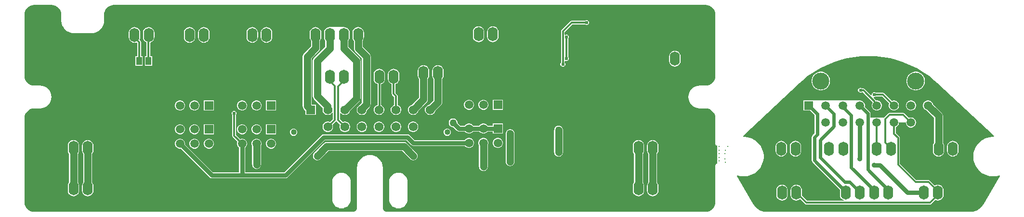
<source format=gbr>
%FSTAX26Y26*%
%MOMM*%
%SFA1B1*%

%IPPOS*%
%ADD10R,0.999998X1.449997*%
%ADD11C,0.380999*%
%ADD12C,1.269997*%
%ADD13C,0.761998*%
%ADD14C,0.634999*%
%ADD15O,1.749997X2.499995*%
%ADD16C,1.019998*%
%ADD17C,1.569997*%
%ADD18R,1.569997X1.569997*%
%ADD19C,1.499997*%
%ADD20R,1.499997X1.499997*%
%ADD21C,2.999994*%
%ADD22C,1.519997*%
%ADD23R,1.519997X1.519997*%
%ADD24C,0.914398*%
%ADD25C,0.609599*%
%ADD26C,0.304799*%
%ADD27C,1.269997*%
%LNpcb1_copper_signal_top-1*%
%LPD*%
G36*
X-80298188Y22653218D02*
X-79971468Y22554107D01*
X-79670351Y22393148*
X-79406419Y22176536*
X-79189834Y21912605*
X-79028874Y21611513*
X-78929763Y21284768*
X-78896514Y20947227*
X-78896972Y20944992*
Y19944994*
X-7890289*
X-7885938Y19503136*
X-78730475Y19078244*
X-78521179Y18686678*
X-78239518Y18343448*
X-77896313Y18061787*
X-77504721Y17852491*
X-77079856Y17723586*
X-76637997Y17680076*
Y1768602*
X-76637972*
X-73638003*
X-73637978*
Y17680076*
X-73196119Y17723586*
X-72771254Y17852491*
X-72379687Y18061787*
X-72036457Y18343448*
X-71754796Y18686678*
X-71545475Y19078244*
X-71416595Y19503136*
X-71373085Y19944994*
X-71379003*
Y20944992*
X-71379461Y20947227*
X-71346212Y21284768*
X-71247101Y21611513*
X-71086141Y21912605*
X-70869556Y22176536*
X-70605624Y22393148*
X-70304507Y22554107*
X-69977762Y22653218*
X-69761303Y22674529*
X-69637986Y2268601*
X-69513246*
X34235491*
X34237218*
X34361983*
X34484259Y2267463*
X34701759Y22653218*
X35028505Y22554107*
X35329622Y22393148*
X35593553Y22176536*
X35810139Y21912605*
X35971099Y21611513*
X36070209Y21284768*
X36103458Y20947227*
X36103001Y20944992*
Y10194975*
X36103458Y10192766*
X36070209Y098552*
X35971099Y09528479*
X35810139Y09227362*
X35593553Y08963431*
X35329622Y0874682*
X35028505Y08585885*
X34701759Y08486775*
X34364218Y08453526*
X34361983Y08453958*
X33361985*
Y08458682*
X32969149Y08419998*
X32591375Y08305393*
X32243242Y08119313*
X31938087Y07868894*
X31687668Y07563739*
X31501588Y07215606*
X31386983Y06837832*
X31348299Y06444996*
X31386983Y06052134*
X31501588Y05674385*
X31687668Y05326227*
X31938087Y05021097*
X32243242Y04770653*
X32591375Y04584573*
X32969149Y04469968*
X33361985Y04431284*
Y04436008*
X34361983*
X34364218Y04436465*
X34701759Y04403217*
X35028505Y04304106*
X35329622Y04143146*
X35593553Y03926535*
X35810139Y03662629*
X35971099Y03361512*
X36070209Y03034766*
X36103458Y02697226*
X36103001Y0269499*
Y-01876399*
X36122737Y-0197551*
X36178871Y-02059533*
X36262868Y-02115667*
X36361979Y-02135378*
Y-05328996*
X36262868Y-05348732*
X36178871Y-05404866*
X36122737Y-05488889*
X36103001Y-05588*
Y-12054992*
X36103458Y-12057227*
X36070209Y-12394768*
X35971099Y-12721513*
X35810139Y-13022605*
X35593553Y-13286536*
X35329622Y-13503148*
X35028505Y-13664107*
X34701759Y-13763218*
X34364218Y-13796467*
X34361983Y-1379601*
X-2163798*
Y-13794613*
X-2182942Y-13769416*
X-22007804Y-13695527*
X-22160992Y-13577976*
X-22278517Y-13424789*
X-22352406Y-13246404*
X-22377628Y-1305499*
X-22379*
Y-06054979*
X-22373082*
X-22416592Y-0561312*
X-22545497Y-05188254*
X-22754793Y-04796663*
X-23036453Y-04453458*
X-23379658Y-04171797*
X-2377125Y-03962476*
X-24196116Y-03833596*
X-24638Y-03790086*
X-25079858Y-03833596*
X-25504724Y-03962476*
X-25896316Y-04171797*
X-2623952Y-04453458*
X-26521181Y-04796663*
X-26730477Y-05188254*
X-26859382Y-0561312*
X-26902892Y-06054979*
X-26896974*
Y-1305499*
X-26898346*
X-26923568Y-13246404*
X-26997456Y-13424789*
X-27114982Y-13577976*
X-2726817Y-13695527*
X-27446554Y-13769416*
X-27637994Y-13794613*
Y-1379601*
X-83637983*
X-83640218Y-13796467*
X-83977759Y-13763218*
X-84304505Y-13664107*
X-84605622Y-13503148*
X-84869553Y-13286536*
X-85086139Y-13022605*
X-85247099Y-12721513*
X-85346209Y-12394768*
X-85379458Y-12057227*
X-85379001Y-12054992*
Y0269499*
X-85367418Y02819501*
X-85346209Y03034766*
X-85247099Y03361512*
X-85086139Y03662629*
X-84869553Y03926535*
X-84605622Y04143146*
X-84304505Y04304106*
X-83977759Y04403217*
X-83640218Y04436465*
X-83637983Y04436008*
X-82637985*
Y04431284*
X-82245149Y04469968*
X-81867375Y04584573*
X-81519242Y04770653*
X-81214087Y05021097*
X-80963668Y05326227*
X-80777588Y05674385*
X-80662983Y06052134*
X-80624299Y06444996*
X-80662983Y06837832*
X-80777588Y07215606*
X-80963668Y07563739*
X-81214087Y07868894*
X-81519242Y08119313*
X-81867375Y08305393*
X-82245149Y08419998*
X-82637985Y08458682*
Y08453958*
X-83637983*
X-83640218Y08453526*
X-83977759Y08486775*
X-84304505Y08585885*
X-84605622Y0874682*
X-84869553Y08963431*
X-85086139Y09227362*
X-85247099Y09528479*
X-85346209Y098552*
X-85379458Y10192766*
X-85379001Y10194975*
Y20944992*
X-85379458Y20947227*
X-85346209Y21284768*
X-85247099Y21611513*
X-85086139Y21912605*
X-84869553Y22176536*
X-84605622Y22393148*
X-84304505Y22554107*
X-83977759Y22653218*
X-837613Y22674529*
X-83637983Y2268601*
X-83513244*
X-80637989*
X-80635754Y22686467*
X-80298188Y22653218*
G37*
G36*
X64257859Y1363538D02*
X65517318Y13499973D01*
X66763874Y13275081*
X67991228Y12961797*
X69193079Y12561798*
X70363359Y12077039*
X71496072Y1151006*
X72585453Y10863707*
X73625938Y1014128*
X7461222Y09346463*
X75127104Y08867114*
X75132285Y08872626*
X85052611Y-00436981*
X8500237Y-00563981*
X84682584*
X84227695Y-00623874*
X83784541Y-00742619*
X83360666Y-0091821*
X82963308Y-01147597*
X82599326Y-01426895*
X82274892Y-0175133*
X81995594Y-02115312*
X81766206Y-02512669*
X81590616Y-02936544*
X81471871Y-03379698*
X81411978Y-03834587*
Y-04293387*
X81471871Y-04748276*
X81590616Y-05191429*
X81766206Y-05615305*
X81995594Y-06012662*
X82274892Y-06376644*
X82599326Y-06701078*
X82963308Y-06980377*
X83360666Y-0720979*
X83784541Y-07385354*
X84227695Y-07504099*
X84682584Y-07563993*
X85141384*
X85596272Y-07504099*
X8600793Y-07393787*
X86101605Y-07485532*
X83307834Y-12324511*
X83238441Y-12431115*
X83088657Y-12675539*
X82809257Y-13002691*
X82482105Y-13282117*
X82115279Y-13506907*
X81717794Y-1367155*
X81299431Y-13771981*
X80873168Y-13805535*
X80870526Y-13805001*
X45113448*
X45110806Y-13805535*
X44684543Y-13771981*
X44266205Y-1367155*
X43868721Y-13506907*
X43501868Y-13282117*
X43174716Y-13002691*
X42895316Y-12675539*
X42745533Y-12431115*
X4267614Y-12324511*
X39882368Y-07485532*
X39976044Y-07393787*
X40387701Y-07504099*
X4084259Y-07563993*
X4130139*
X41756279Y-07504099*
X42199433Y-07385354*
X42623308Y-0720979*
X43020665Y-06980377*
X43384647Y-06701078*
X43709056Y-06376644*
X4398838Y-06012662*
X44217767Y-05615305*
X44393358Y-05191429*
X44512103Y-04748276*
X44571996Y-04293387*
Y-03834587*
X44512103Y-03379698*
X44393358Y-02936544*
X44217767Y-02512669*
X4398838Y-02115312*
X43709056Y-0175133*
X43384647Y-01426895*
X43020665Y-01147597*
X42623308Y-0091821*
X42199433Y-00742619*
X41756279Y-00623874*
X4130139Y-00563981*
X4098163*
X40931363Y-00436981*
X50851689Y08872626*
X5085687Y08867114*
X51371728Y09346463*
X52358036Y1014128*
X53398521Y10863707*
X54487902Y1151006*
X55620615Y12077039*
X56790869Y12561798*
X57992746Y12961797*
X592201Y13275081*
X60466655Y13499973*
X61726089Y1363538*
X62992Y13680592*
X64257859Y1363538*
G37*
%LNpcb1_copper_signal_top-2*%
%LPC*%
G36*
X13547877Y199898D02*
X13376097D01*
X13217398Y19924039*
X13175056Y19881697*
X10795*
X10671098Y19857059*
X10566095Y19786879*
X09042095Y18262879*
X08971915Y18157875*
X08947277Y18034*
Y12478918*
X08904935Y12436576*
X088392Y12277877*
Y12106097*
X08904935Y11947398*
X09026398Y11825935*
X09185097Y117602*
X09356877*
X09515576Y11825935*
X09637039Y11947398*
X097028Y12106097*
Y12277877*
X09637039Y12436576*
X09594697Y12478918*
Y12742672*
X09721697Y12816941*
X09820097Y127762*
X09991877*
X10150576Y12841935*
X10272039Y12963398*
X103378Y13122097*
Y13293877*
X10272039Y13452576*
X10229697Y13494918*
Y16731056*
X10272039Y16773397*
X103378Y16932097*
Y17103877*
X10272039Y17262576*
X10150576Y17384039*
X09991877Y174498*
X09820097*
X09721697Y17409033*
X09594697Y17483302*
Y17899888*
X10929086Y19234277*
X13175056*
X13217398Y19191935*
X13376097Y191262*
X13547877*
X13706576Y19191935*
X13828039Y19313398*
X138938Y19472097*
Y19643877*
X13828039Y19802576*
X13706576Y19924039*
X13547877Y199898*
G37*
G36*
X-03048Y18911646D02*
X-03309569Y18877203D01*
X-03553307Y18776238*
X-03762629Y18615609*
X-03923233Y18406313*
X-04024198Y18162549*
X-0405864Y1790098*
Y17150994*
X-04024198Y16889425*
X-03923233Y16645661*
X-03762629Y16436365*
X-03553307Y16275735*
X-03309569Y1617477*
X-03048Y16140328*
X-02786405Y1617477*
X-02542667Y16275735*
X-02333345Y16436365*
X-02172741Y16645661*
X-02071776Y16889425*
X-02037359Y17150994*
Y1790098*
X-02071776Y18162549*
X-02172741Y18406313*
X-02333345Y18615609*
X-02542667Y18776238*
X-02786405Y18877203*
X-03048Y18911646*
G37*
G36*
X-05547995D02*
X-05809564Y18877203D01*
X-06053328Y18776238*
X-06262624Y18615609*
X-06423228Y18406313*
X-06524193Y18162549*
X-06558635Y1790098*
Y17150994*
X-06524193Y16889425*
X-06423228Y16645661*
X-06262624Y16436365*
X-06053328Y16275735*
X-05809564Y1617477*
X-05547995Y16140328*
X-05286425Y1617477*
X-05042662Y16275735*
X-04833366Y16436365*
X-04672736Y16645661*
X-04571796Y16889425*
X-04537354Y17150994*
Y1790098*
X-04571796Y18162549*
X-04672736Y18406313*
X-04833366Y18615609*
X-05042662Y18776238*
X-05286425Y18877203*
X-05547995Y18911646*
G37*
G36*
X-42818989Y18784646D02*
X-43080559Y18750203D01*
X-43324297Y18649238*
X-43533618Y18488609*
X-43694223Y18279313*
X-43795188Y18035549*
X-4382963Y1777398*
Y17023994*
X-43795188Y16762425*
X-43694223Y16518661*
X-43533618Y16309365*
X-43324297Y16148735*
X-43080559Y1604777*
X-42818989Y16013328*
X-42557395Y1604777*
X-42313656Y16148735*
X-42104335Y16309365*
X-41943731Y16518661*
X-41842766Y16762425*
X-41808349Y17023994*
Y1777398*
X-41842766Y18035549*
X-41943731Y18279313*
X-42104335Y18488609*
X-42313656Y18649238*
X-42557395Y18750203*
X-42818989Y18784646*
G37*
G36*
X-45318984D02*
X-45580579Y18750203D01*
X-45824317Y18649238*
X-46033639Y18488609*
X-46194243Y18279313*
X-46295208Y18035549*
X-46329625Y1777398*
Y17023994*
X-46295208Y16762425*
X-46194243Y16518661*
X-46033639Y16309365*
X-45824317Y16148735*
X-45580579Y1604777*
X-45318984Y16013328*
X-45057415Y1604777*
X-44813677Y16148735*
X-44604355Y16309365*
X-44443751Y16518661*
X-44342786Y16762425*
X-44308344Y17023994*
Y1777398*
X-44342786Y18035549*
X-44443751Y18279313*
X-44604355Y18488609*
X-44813677Y18649238*
X-45057415Y18750203*
X-45318984Y18784646*
G37*
G36*
X-53848D02*
X-54109569Y18750203D01*
X-54353307Y18649238*
X-54562629Y18488609*
X-54723233Y18279313*
X-54824198Y18035549*
X-5485864Y1777398*
Y17023994*
X-54824198Y16762425*
X-54723233Y16518661*
X-54562629Y16309365*
X-54353307Y16148735*
X-54109569Y1604777*
X-53848Y16013328*
X-53586405Y1604777*
X-53342667Y16148735*
X-53133345Y16309365*
X-52972741Y16518661*
X-52871776Y16762425*
X-52837334Y17023994*
Y1777398*
X-52871776Y18035549*
X-52972741Y18279313*
X-53133345Y18488609*
X-53342667Y18649238*
X-53586405Y18750203*
X-53848Y18784646*
G37*
G36*
X-56347995D02*
X-56609564Y18750203D01*
X-56853328Y18649238*
X-57062624Y18488609*
X-57223228Y18279313*
X-57324193Y18035549*
X-57358635Y1777398*
Y17023994*
X-57324193Y16762425*
X-57223228Y16518661*
X-57062624Y16309365*
X-56853328Y16148735*
X-56609564Y1604777*
X-56347995Y16013328*
X-56086425Y1604777*
X-55842662Y16148735*
X-55633366Y16309365*
X-55472736Y16518661*
X-55371796Y16762425*
X-55337354Y17023994*
Y1777398*
X-55371796Y18035549*
X-55472736Y18279313*
X-55633366Y18488609*
X-55842662Y18649238*
X-56086425Y18750203*
X-56347995Y18784646*
G37*
G36*
X-63519989D02*
X-63781559Y18750203D01*
X-64025322Y18649238*
X-64234618Y18488609*
X-64395248Y18279313*
X-64496188Y18035549*
X-6453063Y1777398*
Y17023994*
X-64496188Y16762425*
X-64395248Y16518661*
X-64234618Y16309365*
X-64025322Y16148735*
X-63887705Y16091738*
Y13678992*
X-64190981*
Y11974982*
X-62936983*
Y13678992*
X-63240259*
Y16055289*
X-63014656Y16148735*
X-6280536Y16309365*
X-62644756Y16518661*
X-62543766Y16762425*
X-62509349Y17023994*
Y1777398*
X-62543766Y18035549*
X-62644756Y18279313*
X-6280536Y18488609*
X-63014656Y18649238*
X-6325842Y18750203*
X-63519989Y18784646*
G37*
G36*
X-66019984D02*
X-66281579Y18750203D01*
X-66525317Y18649238*
X-66734639Y18488609*
X-66895243Y18279313*
X-66996208Y18035549*
X-67030625Y1777398*
Y17023994*
X-66996208Y16762425*
X-66895243Y16518661*
X-66734639Y16309365*
X-66525317Y16148735*
X-66281579Y1604777*
X-66019984Y16013328*
X-65758415Y1604777*
X-65648713Y16093211*
X-65537715Y15982213*
Y13678992*
X-65840991*
Y11974982*
X-64586993*
Y13678992*
X-64890269*
Y161163*
X-64914907Y16240175*
X-64985087Y16345204*
X-65150746Y16510863*
X-65144751Y16518661*
X-65043786Y16762425*
X-65009344Y17023994*
Y1777398*
X-65043786Y18035549*
X-65144751Y18279313*
X-65305355Y18488609*
X-65514677Y18649238*
X-65758415Y18750203*
X-66019984Y18784646*
G37*
G36*
X28956Y14593646D02*
X28694405Y14559203D01*
X28450667Y14458238*
X28241345Y14297609*
X28080741Y14088313*
X27979776Y13844549*
X27945334Y1358298*
Y12832994*
X27979776Y12571425*
X28080741Y12327661*
X28241345Y12118365*
X28450667Y11957735*
X28694405Y1185677*
X28956Y11822328*
X29217569Y1185677*
X29461307Y11957735*
X29670629Y12118365*
X29831233Y12327661*
X29932198Y12571425*
X2996664Y12832994*
Y1358298*
X29932198Y13844549*
X29831233Y14088313*
X29670629Y14297609*
X29461307Y14458238*
X29217569Y14559203*
X28956Y14593646*
G37*
G36*
X-01281988Y05956985D02*
X-03035985D01*
Y04202988*
X-01281988*
Y05956985*
G37*
G36*
X-04583531D02*
X-04814443D01*
X-05037505Y05897219*
X-0523748Y05781751*
X-05400751Y0561848*
X-05516219Y05418505*
X-05575985Y05195443*
Y04964531*
X-05516219Y04741468*
X-05400751Y04541494*
X-0523748Y04378223*
X-05037505Y04262755*
X-04814443Y04202988*
X-04583531*
X-04360468Y04262755*
X-04160494Y04378223*
X-03997223Y04541494*
X-03881755Y04741468*
X-03821988Y04964531*
Y05195443*
X-03881755Y05418505*
X-03997223Y0561848*
X-04160494Y05781751*
X-04360468Y05897219*
X-04583531Y05956985*
G37*
G36*
X-07123531D02*
X-07354443D01*
X-07577505Y05897219*
X-0777748Y05781751*
X-07940751Y0561848*
X-08056219Y05418505*
X-08115985Y05195443*
Y04964531*
X-08056219Y04741468*
X-07940751Y04541494*
X-0777748Y04378223*
X-07577505Y04262755*
X-07354443Y04202988*
X-07123531*
X-06900468Y04262755*
X-06700494Y04378223*
X-06537223Y04541494*
X-06421755Y04741468*
X-06361988Y04964531*
Y05195443*
X-06421755Y05418505*
X-06537223Y0561848*
X-06700494Y05781751*
X-06900468Y05897219*
X-07123531Y05956985*
G37*
G36*
X-41159988Y05829985D02*
X-42913985D01*
Y04075988*
X-41159988*
Y05829985*
G37*
G36*
X-44461531D02*
X-44692443D01*
X-44915505Y05770219*
X-4511548Y05654751*
X-45278751Y0549148*
X-45394219Y05291505*
X-45453985Y05068443*
Y04837531*
X-45394219Y04614468*
X-45278751Y04414494*
X-4511548Y04251223*
X-44915505Y04135755*
X-44692443Y04075988*
X-44461531*
X-44238468Y04135755*
X-44038494Y04251223*
X-43875223Y04414494*
X-43759755Y04614468*
X-43699988Y04837531*
Y05068443*
X-43759755Y05291505*
X-43875223Y0549148*
X-44038494Y05654751*
X-44238468Y05770219*
X-44461531Y05829985*
G37*
G36*
X-47001531D02*
X-47232443D01*
X-47455505Y05770219*
X-4765548Y05654751*
X-47818751Y0549148*
X-47934219Y05291505*
X-47993985Y05068443*
Y04837531*
X-47934219Y04614468*
X-47818751Y04414494*
X-4765548Y04251223*
X-47455505Y04135755*
X-47232443Y04075988*
X-47001531*
X-46778468Y04135755*
X-46578494Y04251223*
X-46415223Y04414494*
X-46299755Y04614468*
X-46239988Y04837531*
Y05068443*
X-46299755Y05291505*
X-46415223Y0549148*
X-46578494Y05654751*
X-46778468Y05770219*
X-47001531Y05829985*
G37*
G36*
X-52081988D02*
X-53835985D01*
Y04075988*
X-52081988*
Y05829985*
G37*
G36*
X-55383531D02*
X-55614443D01*
X-55837505Y05770219*
X-5603748Y05654751*
X-56200751Y0549148*
X-56316219Y05291505*
X-56375985Y05068443*
Y04837531*
X-56316219Y04614468*
X-56200751Y04414494*
X-5603748Y04251223*
X-55837505Y04135755*
X-55614443Y04075988*
X-55383531*
X-55160468Y04135755*
X-54960494Y04251223*
X-54797223Y04414494*
X-54681755Y04614468*
X-54621988Y04837531*
Y05068443*
X-54681755Y05291505*
X-54797223Y0549148*
X-54960494Y05654751*
X-55160468Y05770219*
X-55383531Y05829985*
G37*
G36*
X-57923531D02*
X-58154443D01*
X-58377505Y05770219*
X-5857748Y05654751*
X-58740751Y0549148*
X-58856219Y05291505*
X-58915985Y05068443*
Y04837531*
X-58856219Y04614468*
X-58740751Y04414494*
X-5857748Y04251223*
X-58377505Y04135755*
X-58154443Y04075988*
X-57923531*
X-57700468Y04135755*
X-57500494Y04251223*
X-57337223Y04414494*
X-57221755Y04614468*
X-57161988Y04837531*
Y05068443*
X-57221755Y05291505*
X-57337223Y0549148*
X-57500494Y05654751*
X-57700468Y05770219*
X-57923531Y05829985*
G37*
G36*
X-127Y12053646D02*
X-12961569Y12019203D01*
X-13205307Y11918238*
X-13414629Y11757609*
X-13575233Y11548313*
X-13676198Y11304549*
X-1371064Y1104298*
Y10292994*
X-13676198Y10031425*
X-13575233Y09787661*
X-13468578Y09648647*
Y05861329*
X-14244015Y05085918*
X-14401012Y0504383*
X-14608962Y04923764*
X-14778761Y04753965*
X-14898827Y04546015*
X-14960981Y04314063*
Y04073906*
X-14898827Y03841978*
X-14778761Y03634003*
X-14608962Y03464204*
X-14401012Y03344138*
X-14169059Y03281984*
X-13928928*
X-13696975Y03344138*
X-13489Y03464204*
X-13319201Y03634003*
X-13199135Y03841978*
X-13157073Y03998976*
X-12156541Y04999507*
X-12156516*
X-12034393Y05158689*
X-11957608Y05344058*
X-11931396Y05542991*
X-11931421Y05543016*
Y09648647*
X-11824741Y09787661*
X-11723776Y10031425*
X-11689359Y10292994*
Y1104298*
X-11723776Y11304549*
X-11824741Y11548313*
X-11985345Y11757609*
X-12194667Y11918238*
X-12438405Y12019203*
X-127Y12053646*
G37*
G36*
X-1524D02*
X-15501569Y12019203D01*
X-15745307Y11918238*
X-15954629Y11757609*
X-16115233Y11548313*
X-16216198Y11304549*
X-16250615Y1104298*
Y10292994*
X-16216198Y10031425*
X-16115233Y09787661*
X-16008553Y09648647*
Y06321348*
X-17244009Y05085918*
X-17401006Y0504383*
X-17608956Y04923764*
X-17778755Y04753965*
X-17898846Y04546015*
X-17960975Y04314063*
Y04073906*
X-17898846Y03841978*
X-17778755Y03634003*
X-17608956Y03464204*
X-17401006Y03344138*
X-17169053Y03281984*
X-16928922*
X-16696969Y03344138*
X-16489019Y03464204*
X-16319195Y03634003*
X-16199129Y03841978*
X-16157067Y03998976*
X-14696516Y05459526*
X-14574367Y05618708*
X-14497608Y05804077*
X-14471396Y06002985*
Y09648647*
X-14364741Y09787661*
X-14263776Y10031425*
X-14229334Y10292994*
Y1104298*
X-14263776Y11304549*
X-14364741Y11548313*
X-14525345Y11757609*
X-14734667Y11918238*
X-14978405Y12019203*
X-1524Y12053646*
G37*
G36*
X-20486979Y11418646D02*
X-20748548Y11384203D01*
X-20992312Y11283238*
X-21201608Y11122609*
X-21362238Y10913313*
X-21463177Y10669549*
X-2149762Y1040798*
Y09657994*
X-21463177Y09396425*
X-21362238Y09152661*
X-21201608Y08943365*
X-20992312Y08782735*
X-20810702Y08707526*
Y07024979*
X-20786064Y06901103*
X-20715884Y06796074*
X-20372705Y06452895*
Y05051425*
X-20401Y0504383*
X-20608975Y04923764*
X-20778774Y04753965*
X-2089884Y04546015*
X-20960994Y04314063*
Y04073906*
X-2089884Y03841978*
X-20778774Y03634003*
X-20608975Y03464204*
X-20401Y03344138*
X-20169047Y03281984*
X-19928916*
X-19696963Y03344138*
X-19489013Y03464204*
X-19319214Y03634003*
X-19199148Y03841978*
X-19136995Y04073906*
Y04314063*
X-19199148Y04546015*
X-19319214Y04753965*
X-19489013Y04923764*
X-19696963Y0504383*
X-19725259Y05051425*
Y06586982*
X-19749897Y06710857*
X-19820077Y06815886*
X-20163256Y07159066*
Y08707526*
X-19981646Y08782735*
X-1977235Y08943365*
X-19611746Y09152661*
X-19510781Y09396425*
X-19476339Y09657994*
Y1040798*
X-19510781Y10669549*
X-19611746Y10913313*
X-1977235Y11122609*
X-19981646Y11283238*
X-2022541Y11384203*
X-20486979Y11418646*
G37*
G36*
X-22987D02*
X-23248569Y11384203D01*
X-23492307Y11283238*
X-23701629Y11122609*
X-23862233Y10913313*
X-23963198Y10669549*
X-2399764Y1040798*
Y09657994*
X-23963198Y09396425*
X-23862233Y09152661*
X-23701629Y08943365*
X-23492307Y08782735*
X-23310697Y08707526*
Y05068036*
X-2340102Y0504383*
X-23608969Y04923764*
X-23778768Y04753965*
X-23898834Y04546015*
X-23960988Y04314063*
Y04073906*
X-23898834Y03841978*
X-23778768Y03634003*
X-23608969Y03464204*
X-2340102Y03344138*
X-23169067Y03281984*
X-22928935*
X-22696957Y03344138*
X-22489007Y03464204*
X-22319208Y03634003*
X-22199142Y03841978*
X-22136989Y04073906*
Y04314063*
X-22199142Y04546015*
X-22319208Y04753965*
X-22489007Y04923764*
X-22663277Y05024374*
Y08707526*
X-22481667Y08782735*
X-22272345Y08943365*
X-22111741Y09152661*
X-22010776Y09396425*
X-21976334Y09657994*
Y1040798*
X-22010776Y10669549*
X-22111741Y10913313*
X-22272345Y11122609*
X-22481667Y11283238*
X-22725405Y11384203*
X-22987Y11418646*
G37*
G36*
X-26709979Y18784646D02*
X-26971574Y18750203D01*
X-27215312Y18649238*
X-27424634Y18488609*
X-27585238Y18279313*
X-27686203Y18035549*
X-27720645Y1777398*
Y17023994*
X-27686203Y16762425*
X-27585238Y16518661*
X-27478558Y16379647*
Y15025979*
X-2745237Y14827072*
X-27375586Y14641703*
X-27253463Y14482521*
X-26041578Y13270636*
Y05457037*
X-26442466Y05056149*
X-26492377Y049911*
X-26608963Y04923764*
X-26778762Y04753965*
X-26898828Y04546015*
X-26960982Y04314063*
Y04073906*
X-26898828Y03841978*
X-26778762Y03634003*
X-26608963Y03464204*
X-26401014Y03344138*
X-26169061Y03281984*
X-25928929*
X-25696976Y03344138*
X-25489001Y03464204*
X-25319202Y03634003*
X-25199136Y03841978*
X-25136983Y04073906*
Y04187748*
X-24729516Y04595215*
X-24607367Y04754372*
X-24530608Y04939741*
X-24504396Y05138674*
Y13589*
X-24530608Y13787907*
X-24607367Y13973276*
X-24729516Y14132458*
X-25941426Y15344343*
Y16379647*
X-25834746Y16518661*
X-25733781Y16762425*
X-25699339Y17023994*
Y1777398*
X-25733781Y18035549*
X-25834746Y18279313*
X-2599535Y18488609*
X-26204672Y18649238*
X-2644841Y18750203*
X-26709979Y18784646*
G37*
G36*
X-2921D02*
X-31709995D01*
X-31971564Y18750203*
X-32215328Y18649238*
X-32424624Y18488609*
X-32585228Y18279313*
X-32686193Y18035549*
X-32720635Y1777398*
Y17023994*
X-32686193Y16762425*
X-32585228Y16518661*
X-32478573Y16379647*
Y15344343*
X-34452458Y13370458*
X-34574607Y13211276*
X-34651365Y13025907*
X-34677578Y12827*
Y06604*
X-34651365Y06405067*
X-34574607Y06219698*
X-34452458Y06060516*
X-32907097Y04515154*
X-32960995Y04314037*
Y04073906*
X-32898842Y03841978*
X-32778776Y03634003*
X-32608977Y03464204*
X-32401002Y03344138*
X-32169049Y03281984*
X-31928917*
X-31696964Y03344138*
X-31489015Y03464204*
X-31319216Y03634003*
X-31311697Y03647008*
X-31184697Y03612946*
Y02516073*
X-3167159Y0202918*
X-31696964Y02043836*
X-31928917Y0210599*
X-32169049*
X-32401002Y02043836*
X-32608977Y0192377*
X-32778776Y01753971*
X-32898842Y01545996*
X-32960995Y01314069*
Y01073937*
X-32898842Y00841959*
X-32778776Y00634009*
X-32608977Y0046421*
X-32401002Y00344144*
X-32169049Y0028199*
X-31928917*
X-31696964Y00344144*
X-31489015Y0046421*
X-31319216Y00634009*
X-31199124Y00841959*
X-31136996Y01073937*
Y01314069*
X-31199124Y01545996*
X-3121378Y01571371*
X-30632095Y02153081*
X-30623535Y02165883*
X-30470805*
X-30454879Y02142083*
X-29884192Y01571371*
X-29898848Y01545996*
X-29960976Y01314069*
Y01073912*
X-29898848Y00841959*
X-29778756Y00634009*
X-29608957Y0046421*
X-29401008Y00344144*
X-29169055Y0028199*
X-28928923*
X-2869697Y00344144*
X-28488995Y0046421*
X-28319196Y00634009*
X-2819913Y00841959*
X-28136977Y01073912*
Y01314069*
X-2819913Y01545996*
X-28319196Y01753971*
X-28488995Y0192377*
X-2869697Y02043836*
X-28928923Y0210599*
X-29169055*
X-29401008Y02043836*
X-29426382Y0202918*
X-29902277Y02505075*
Y03593896*
X-29791507Y03629863*
X-29775277Y03630498*
X-29608957Y03464204*
X-29401008Y03344138*
X-29169055Y03281984*
X-28928923*
X-2869697Y03344138*
X-28488995Y03464204*
X-28319196Y03634003*
X-2819913Y03841978*
X-28157068Y03998976*
X-26507516Y05648528*
X-26385367Y0580771*
X-26308608Y05993079*
X-26282396Y06191986*
Y06192012*
Y12826974*
Y12827*
X-26308608Y13025907*
X-26385367Y13211276*
X-26507516Y13370458*
X-28441396Y15304338*
Y16379647*
X-28334741Y16518661*
X-28233776Y16762425*
X-28199334Y17023994*
Y1777398*
X-28233776Y18035549*
X-28334741Y18279313*
X-28495345Y18488609*
X-28704667Y18649238*
X-28948405Y18750203*
X-2921Y18784646*
G37*
G36*
X-3420999D02*
X-34471559Y18750203D01*
X-34715323Y18649238*
X-34924619Y18488609*
X-35085248Y18279313*
X-35186188Y18035549*
X-3522063Y1777398*
Y17023994*
X-35186188Y16762425*
X-35085248Y16518661*
X-34978568Y16379647*
Y15384348*
X-36230458Y14132458*
X-36352607Y13973276*
X-36429365Y13787907*
X-36455578Y13589*
Y04831994*
X-36429365Y04633061*
X-36352607Y04447692*
X-36230458Y0428851*
X-35960989Y04019067*
Y03281984*
X-3413699*
Y05105984*
X-34874047*
X-34918396Y05150358*
Y13270636*
X-33666531Y14522526*
X-33544382Y14681708*
X-33467598Y14867051*
X-33441411Y15065984*
Y16379647*
X-33334756Y16518661*
X-33233766Y16762425*
X-33199349Y17023994*
Y1777398*
X-33233766Y18035549*
X-33334756Y18279313*
X-3349536Y18488609*
X-33704657Y18649238*
X-3394842Y18750203*
X-3420999Y18784646*
G37*
G36*
X-16928922Y0210599D02*
X-17169053D01*
X-17401006Y02043836*
X-17608956Y0192377*
X-17778755Y01753971*
X-17898846Y01545996*
X-17960975Y01314069*
Y01073937*
X-17898846Y00841959*
X-17778755Y00634009*
X-17608956Y0046421*
X-17401006Y00344144*
X-17169053Y0028199*
X-16928922*
X-16696969Y00344144*
X-16489019Y0046421*
X-16319195Y00634009*
X-16199129Y00841959*
X-16136975Y01073937*
Y01314069*
X-16199129Y01545996*
X-16319195Y01753971*
X-16489019Y0192377*
X-16696969Y02043836*
X-16928922Y0210599*
G37*
G36*
X-19928916D02*
X-20169047D01*
X-20401Y02043836*
X-20608975Y0192377*
X-20778774Y01753971*
X-2089884Y01545996*
X-20960994Y01314069*
Y01073912*
X-2089884Y00841959*
X-20778774Y00634009*
X-20608975Y0046421*
X-20401Y00344144*
X-20169047Y0028199*
X-19928916*
X-19696963Y00344144*
X-19489013Y0046421*
X-19319214Y00634009*
X-19199148Y00841959*
X-19136995Y01073912*
Y01314069*
X-19199148Y01545996*
X-19319214Y01753971*
X-19489013Y0192377*
X-19696963Y02043836*
X-19928916Y0210599*
G37*
G36*
X-22928935D02*
X-23169067D01*
X-2340102Y02043836*
X-23608969Y0192377*
X-23778768Y01753971*
X-23898834Y01545996*
X-23960988Y01314069*
Y01073912*
X-23898834Y00841959*
X-23778768Y00634009*
X-23608969Y0046421*
X-2340102Y00344144*
X-23169067Y0028199*
X-22928935*
X-22696957Y00344144*
X-22489007Y0046421*
X-22319208Y00634009*
X-22199142Y00841959*
X-22136989Y01073912*
Y01314069*
X-22199142Y01545996*
X-22319208Y01753971*
X-22489007Y0192377*
X-22696957Y02043836*
X-22928935Y0210599*
G37*
G36*
X-25928929D02*
X-26169061D01*
X-26401014Y02043836*
X-26608963Y0192377*
X-26778762Y01753971*
X-26898828Y01545996*
X-26960982Y01314069*
Y01073912*
X-26898828Y00841959*
X-26778762Y00634009*
X-26608963Y0046421*
X-26401014Y00344144*
X-26169061Y0028199*
X-25928929*
X-25696976Y00344144*
X-25489001Y0046421*
X-25319202Y00634009*
X-25199136Y00841959*
X-25136983Y01073912*
Y01314069*
X-25199136Y01545996*
X-25319202Y01753971*
X-25489001Y0192377*
X-25696976Y02043836*
X-25928929Y0210599*
G37*
G36*
X-0993267Y02667D02*
X-10133304D01*
X-10327106Y02615057*
X-10500868Y02514727*
X-10642727Y02372868*
X-10743057Y02199106*
X-10795Y02005304*
Y0180467*
X-10743057Y01610868*
X-10642727Y01437106*
X-10500868Y01295247*
X-10327106Y01194917*
X-10133304Y01143*
X-10003485*
X-09383242Y00522731*
X-09215196Y00410464*
X-09017Y00371043*
X-07952613*
X-07940751Y00350494*
X-0777748Y00187223*
X-07577505Y00071755*
X-07354443Y00011988*
X-07123531*
X-06900468Y00071755*
X-06700494Y00187223*
X-06537223Y00350494*
X-06525361Y00371043*
X-05412613*
X-05400751Y00350494*
X-0523748Y00187223*
X-05037505Y00071755*
X-04814443Y00011988*
X-04583531*
X-04360468Y00071755*
X-04160494Y00187223*
X-03997223Y00350494*
X-03985361Y00371043*
X-03035985*
Y00011988*
X-01281988*
Y01765985*
X-03035985*
Y01406931*
X-03985361*
X-03997223Y0142748*
X-04160494Y01590751*
X-04360468Y01706219*
X-04583531Y01765985*
X-04814443*
X-05037505Y01706219*
X-0523748Y01590751*
X-05400751Y0142748*
X-05412613Y01406931*
X-06525361*
X-06537223Y0142748*
X-06700494Y01590751*
X-06900468Y01706219*
X-07123531Y01765985*
X-07354443*
X-07577505Y01706219*
X-0777748Y01590751*
X-07940751Y0142748*
X-07952613Y01406931*
X-08802446*
X-09271Y01875485*
Y02005304*
X-09322917Y02199106*
X-09423247Y02372868*
X-09565106Y02514727*
X-09738868Y02615057*
X-0993267Y02667*
G37*
G36*
X-41159988Y01638985D02*
X-42913985D01*
Y-00114985*
X-41159988*
Y01638985*
G37*
G36*
X-44461531D02*
X-44692443D01*
X-44915505Y01579219*
X-4511548Y01463751*
X-45278751Y0130048*
X-45394219Y01100505*
X-45453985Y00877443*
Y00646531*
X-45394219Y00423468*
X-45278751Y00223494*
X-4511548Y00060223*
X-44915505Y-00055219*
X-44692443Y-00114985*
X-44461531*
X-44238468Y-00055219*
X-44038494Y00060223*
X-43875223Y00223494*
X-43759755Y00423468*
X-43699988Y00646531*
Y00877443*
X-43759755Y01100505*
X-43875223Y0130048*
X-44038494Y01463751*
X-44238468Y01579219*
X-44461531Y01638985*
G37*
G36*
X-47001531D02*
X-47232443D01*
X-47455505Y01579219*
X-4765548Y01463751*
X-47818751Y0130048*
X-47934219Y01100505*
X-47993985Y00877443*
Y00646531*
X-47934219Y00423468*
X-47818751Y00223494*
X-4765548Y00060223*
X-47455505Y-00055219*
X-47232443Y-00114985*
X-47001531*
X-46778468Y-00055219*
X-46578494Y00060223*
X-46415223Y00223494*
X-46299755Y00423468*
X-46239988Y00646531*
Y00877443*
X-46299755Y01100505*
X-46415223Y0130048*
X-46578494Y01463751*
X-46778468Y01579219*
X-47001531Y01638985*
G37*
G36*
X-52081988D02*
X-53835985D01*
Y-00114985*
X-52081988*
Y01638985*
G37*
G36*
X-55383531D02*
X-55614443D01*
X-55837505Y01579219*
X-5603748Y01463751*
X-56200751Y0130048*
X-56316219Y01100505*
X-56375985Y00877443*
Y00646531*
X-56316219Y00423468*
X-56200751Y00223494*
X-5603748Y00060223*
X-55837505Y-00055219*
X-55614443Y-00114985*
X-55383531*
X-55160468Y-00055219*
X-54960494Y00060223*
X-54797223Y00223494*
X-54681755Y00423468*
X-54621988Y00646531*
Y00877443*
X-54681755Y01100505*
X-54797223Y0130048*
X-54960494Y01463751*
X-55160468Y01579219*
X-55383531Y01638985*
G37*
G36*
X-57923531D02*
X-58154443D01*
X-58377505Y01579219*
X-5857748Y01463751*
X-58740751Y0130048*
X-58856219Y01100505*
X-58915985Y00877443*
Y00646531*
X-58856219Y00423468*
X-58740751Y00223494*
X-5857748Y00060223*
X-58377505Y-00055219*
X-58154443Y-00114985*
X-57923531*
X-57700468Y-00055219*
X-57500494Y00060223*
X-57337223Y00223494*
X-57221755Y00423468*
X-57161988Y00646531*
Y00877443*
X-57221755Y01100505*
X-57337223Y0130048*
X-57500494Y01463751*
X-57700468Y01579219*
X-57923531Y01638985*
G37*
G36*
X-10922279Y00890981D02*
X-11175695D01*
X-11409807Y00794004*
X-11589004Y00614807*
X-11685981Y00380695*
Y00127279*
X-11589004Y-00106807*
X-11409807Y-00286004*
X-11175695Y-00382981*
X-10922279*
X-10688167Y-00286004*
X-1050897Y-00106807*
X-10411993Y00127279*
Y00380695*
X-1050897Y00614807*
X-10688167Y00794004*
X-10922279Y00890981*
G37*
G36*
X-37922276D02*
X-38175692D01*
X-38409829Y00794004*
X-38589Y00614807*
X-38685978Y00380695*
Y00127279*
X-38589Y-00106807*
X-38409829Y-00286004*
X-38175692Y-00382981*
X-37922276*
X-37688164Y-00286004*
X-37508967Y-00106807*
X-3741199Y00127279*
Y00380695*
X-37508967Y00614807*
X-37688164Y00794004*
X-37922276Y00890981*
G37*
G36*
X-02043531Y-00773988D02*
X-02274443D01*
X-02497505Y-00833755*
X-0269748Y-00949223*
X-02860751Y-01112494*
X-02976219Y-01312468*
X-03035985Y-01535531*
Y-01766443*
X-02976219Y-01989505*
X-02860751Y-0218948*
X-0269748Y-02352751*
X-02497505Y-02468219*
X-02274443Y-02527985*
X-02043531*
X-01820468Y-02468219*
X-01620494Y-02352751*
X-01457223Y-0218948*
X-01341755Y-01989505*
X-01281988Y-01766443*
Y-01535531*
X-01341755Y-01312468*
X-01457223Y-01112494*
X-01620494Y-00949223*
X-01820468Y-00833755*
X-02043531Y-00773988*
G37*
G36*
X-41921531Y-00900988D02*
X-42152443D01*
X-42375505Y-00960755*
X-4257548Y-01076223*
X-42738751Y-01239494*
X-42854219Y-01439468*
X-42913985Y-01662531*
Y-01893443*
X-42854219Y-02116505*
X-42738751Y-0231648*
X-4257548Y-02479751*
X-42375505Y-02595219*
X-42152443Y-02654985*
X-41921531*
X-41698468Y-02595219*
X-41498494Y-02479751*
X-41335223Y-0231648*
X-41219755Y-02116505*
X-41159988Y-01893443*
Y-01662531*
X-41219755Y-01439468*
X-41335223Y-01239494*
X-41498494Y-01076223*
X-41698468Y-00960755*
X-41921531Y-00900988*
G37*
G36*
X-52843531D02*
X-53074443D01*
X-53297505Y-00960755*
X-5349748Y-01076223*
X-53660751Y-01239494*
X-53776219Y-01439468*
X-53835985Y-01662531*
Y-01893443*
X-53776219Y-02116505*
X-53660751Y-0231648*
X-5349748Y-02479751*
X-53297505Y-02595219*
X-53074443Y-02654985*
X-52843531*
X-52620468Y-02595219*
X-52420494Y-02479751*
X-52257223Y-0231648*
X-52141755Y-02116505*
X-52081988Y-01893443*
Y-01662531*
X-52141755Y-01439468*
X-52257223Y-01239494*
X-52420494Y-01076223*
X-52620468Y-00960755*
X-52843531Y-00900988*
G37*
G36*
X-55383531D02*
X-55614443D01*
X-55837505Y-00960755*
X-5603748Y-01076223*
X-56200751Y-01239494*
X-56316219Y-01439468*
X-56375985Y-01662531*
Y-01893443*
X-56316219Y-02116505*
X-56200751Y-0231648*
X-5603748Y-02479751*
X-55837505Y-02595219*
X-55614443Y-02654985*
X-55383531*
X-55160468Y-02595219*
X-54960494Y-02479751*
X-54797223Y-0231648*
X-54681755Y-02116505*
X-54621988Y-01893443*
Y-01662531*
X-54681755Y-01439468*
X-54797223Y-01239494*
X-54960494Y-01076223*
X-55160468Y-00960755*
X-55383531Y-00900988*
G37*
G36*
X08509Y01403578D02*
X08459038Y01397D01*
X0840867*
X08360028Y01383944*
X08310067Y01377365*
X08263509Y01358087*
X08214868Y01345057*
X0817123Y0131986*
X08124698Y01300607*
X08084743Y01269923*
X08041106Y01244727*
X08005495Y01209116*
X07965516Y01178458*
X07934858Y01138478*
X07899247Y01102868*
X0787405Y0105923*
X07843367Y01019276*
X07824114Y00972743*
X07798917Y00929106*
X07785887Y00880465*
X07766608Y00833907*
X0776003Y00783945*
X07747Y00735304*
Y00684936*
X07740396Y00635*
Y-03302*
X07747Y-03351936*
Y-03402304*
X0776003Y-03450945*
X07766608Y-03500907*
X07785887Y-03547465*
X07798917Y-03596106*
X07824114Y-03639743*
X07843367Y-03686276*
X0787405Y-0372623*
X07899247Y-03769868*
X07934858Y-03805478*
X07965516Y-03845458*
X08005495Y-03876116*
X08041106Y-03911727*
X08084743Y-03936923*
X08124698Y-03967607*
X0817123Y-0398686*
X08214868Y-04012057*
X08263509Y-04025087*
X08310067Y-04044365*
X08360028Y-04050944*
X0840867Y-04064*
X08459038*
X08509Y-04070578*
X08558936Y-04064*
X08609304*
X08657945Y-04050944*
X08707907Y-04044365*
X08754465Y-04025087*
X08803106Y-04012057*
X08846743Y-0398686*
X08893276Y-03967607*
X0893323Y-03936923*
X08976868Y-03911727*
X09012478Y-03876116*
X09052458Y-03845458*
X09083116Y-03805478*
X09118727Y-03769868*
X09143923Y-0372623*
X09174607Y-03686276*
X0919386Y-03639743*
X09219057Y-03596106*
X09232087Y-03547465*
X09251365Y-03500907*
X09257944Y-03450945*
X09271Y-03402304*
Y-03351936*
X09277578Y-03302*
Y00635*
X09271Y00684936*
Y00735304*
X09257944Y00783945*
X09251365Y00833907*
X09232087Y00880465*
X09219057Y00929106*
X0919386Y00972743*
X09174607Y01019276*
X09143923Y0105923*
X09118727Y01102868*
X09083116Y01138478*
X09052458Y01178458*
X09012478Y01209116*
X08976868Y01244727*
X0893323Y01269923*
X08893276Y01300607*
X08846743Y0131986*
X08803106Y01345057*
X08754465Y01358087*
X08707907Y01377365*
X08657945Y01383944*
X08609304Y01397*
X08558936*
X08509Y01403578*
G37*
G36*
X-32258Y-01517396D02*
X-32456907Y-01543608D01*
X-32642276Y-01620367*
X-32801458Y-01742516*
X-34452458Y-03393516*
X-34483116Y-03433495*
X-34518727Y-03469106*
X-34543923Y-03512718*
X-34574607Y-03552698*
X-3459386Y-0359923*
X-34619057Y-03642868*
X-34632087Y-03691534*
X-34651365Y-03738067*
X-34657944Y-03788003*
X-34671Y-0383667*
Y-03887038*
X-34677578Y-03937*
X-34671Y-03986936*
Y-04037304*
X-34657944Y-04085971*
X-34651365Y-04135907*
X-34632087Y-0418244*
X-34619057Y-04231106*
X-3459386Y-04274743*
X-34574607Y-04321276*
X-34543923Y-04361256*
X-34518727Y-04404868*
X-34483116Y-04440478*
X-34452458Y-04480458*
X-34412478Y-04511116*
X-34376868Y-04546727*
X-34333256Y-04571923*
X-34293276Y-04602607*
X-34246743Y-0462186*
X-34203106Y-04647057*
X-3415444Y-04660087*
X-34107907Y-04679365*
X-34057971Y-04685944*
X-34009304Y-04699*
X-33958936*
X-33909Y-04705578*
X-33859038Y-04699*
X-3380867*
X-33760003Y-04685944*
X-33710067Y-04679365*
X-33663534Y-04660087*
X-33614868Y-04647057*
X-3357123Y-0462186*
X-33524697Y-04602607*
X-33484718Y-04571923*
X-33441106Y-04546727*
X-33405495Y-04511116*
X-33365516Y-04480458*
X-31939636Y-03054578*
X-18987338*
X-17561458Y-04480458*
X-17521478Y-04511116*
X-17485868Y-04546727*
X-17442256Y-04571923*
X-17402276Y-04602607*
X-17355743Y-04621885*
X-17312106Y-04647057*
X-1726344Y-04660087*
X-17216907Y-04679365*
X-17166945Y-04685944*
X-17118304Y-04699*
X-17067961*
X-17018Y-04705578*
X-16968038Y-04699*
X-1691767*
X-16869003Y-04685944*
X-16819067Y-04679365*
X-16772534Y-04660087*
X-16723867Y-04647057*
X-1668023Y-0462186*
X-16633698Y-04602607*
X-16593718Y-04571923*
X-16550106Y-04546727*
X-16514495Y-04511116*
X-16474516Y-04480458*
X-16443858Y-04440478*
X-16408247Y-04404868*
X-1638305Y-04361256*
X-16352367Y-04321276*
X-16333114Y-04274743*
X-16307917Y-04231106*
X-16294887Y-0418244*
X-16275608Y-04135907*
X-1626903Y-04085971*
X-16256Y-04037304*
Y-03986936*
X-16249396Y-03937*
X-16256Y-03887012*
Y-0383667*
X-1626903Y-03788029*
X-16275608Y-03738067*
X-16294887Y-03691534*
X-16307917Y-03642868*
X-16333089Y-0359923*
X-16352367Y-03552698*
X-1638305Y-03512718*
X-16408247Y-03469106*
X-16443858Y-03433495*
X-16474516Y-03393516*
X-18125516Y-01742516*
X-18284698Y-01620367*
X-18470067Y-01543608*
X-18669Y-01517396*
X-32257974*
X-32258*
G37*
G36*
X0Y00768578D02*
X-00049936Y00762D01*
X-00100304*
X-00148945Y00748944*
X-00198907Y00742365*
X-00245465Y00723087*
X-00294106Y00710057*
X-00337743Y0068486*
X-00384276Y00665607*
X-0042423Y00634923*
X-00467868Y00609727*
X-00503478Y00574116*
X-00543458Y00543458*
X-00574116Y00503478*
X-00609727Y00467868*
X-00634923Y0042423*
X-00665607Y00384276*
X-0068486Y00337743*
X-00710057Y00294106*
X-00723087Y00245465*
X-00742365Y00198907*
X-00748944Y00148945*
X-00762Y00100304*
Y00049936*
X-00768578Y0*
Y-04953*
X-00762Y-05002936*
Y-05053304*
X-00748944Y-05101945*
X-00742365Y-05151907*
X-00723087Y-05198465*
X-00710057Y-05247106*
X-0068486Y-05290743*
X-00665607Y-05337276*
X-00634923Y-0537723*
X-00609727Y-05420868*
X-00574116Y-05456478*
X-00543458Y-05496458*
X-00503478Y-05527116*
X-00467868Y-05562727*
X-0042423Y-05587923*
X-00384276Y-05618607*
X-00337743Y-0563786*
X-00294106Y-05663057*
X-00245465Y-05676087*
X-00198907Y-05695365*
X-00148945Y-05701944*
X-00100304Y-05715*
X-00049936*
X0Y-05721578*
X00049936Y-05715*
X00100304*
X00148945Y-05701944*
X00198907Y-05695365*
X00245465Y-05676087*
X00294106Y-05663057*
X00337743Y-0563786*
X00384276Y-05618607*
X0042423Y-05587923*
X00467868Y-05562727*
X00503478Y-05527116*
X00543458Y-05496458*
X00574116Y-05456478*
X00609727Y-05420868*
X00634923Y-0537723*
X00665607Y-05337276*
X0068486Y-05290743*
X00710057Y-05247106*
X00723087Y-05198465*
X00742365Y-05151907*
X00748944Y-05101945*
X00762Y-05053304*
Y-05002936*
X00768578Y-04953*
Y0*
X00762Y00049936*
Y00100304*
X00748944Y00148945*
X00742365Y00198907*
X00723087Y00245465*
X00710057Y00294106*
X0068486Y00337743*
X00665607Y00384276*
X00634923Y0042423*
X00609727Y00467868*
X00574116Y00503478*
X00543458Y00543458*
X00503478Y00574116*
X00467868Y00609727*
X0042423Y00634923*
X00384276Y00665607*
X00337743Y0068486*
X00294106Y00710057*
X00245465Y00723087*
X00198907Y00742365*
X00148945Y00748944*
X00100304Y00762*
X00049936*
X0Y00768578*
G37*
G36*
X-44461531Y-00900988D02*
X-44692443D01*
X-44915505Y-00960755*
X-4511548Y-01076223*
X-45278751Y-01239494*
X-45394219Y-01439468*
X-45453985Y-01662531*
Y-01893443*
X-45394219Y-02116505*
X-45345578Y-02200757*
Y-05461*
X-45339Y-05510936*
Y-05561304*
X-45325944Y-05609945*
X-45319365Y-05659907*
X-45300087Y-05706465*
X-45287057Y-05755106*
X-4526186Y-05798743*
X-45242607Y-05845276*
X-45211923Y-0588523*
X-45186727Y-05928868*
X-45151116Y-05964478*
X-45120458Y-06004458*
X-45080478Y-06035116*
X-45044868Y-06070727*
X-4500123Y-06095923*
X-44961276Y-06126607*
X-44914743Y-0614586*
X-44871106Y-06171057*
X-44822465Y-06184087*
X-44775907Y-06203365*
X-44725945Y-06209944*
X-44677304Y-06223*
X-44626936*
X-44577Y-06229578*
X-44527038Y-06223*
X-4447667*
X-44428029Y-06209944*
X-44378067Y-06203365*
X-44331509Y-06184087*
X-44282868Y-06171057*
X-4423923Y-0614586*
X-44192698Y-06126607*
X-44152743Y-06095923*
X-44109106Y-06070727*
X-44073495Y-06035116*
X-44033516Y-06004458*
X-44002858Y-05964478*
X-43967247Y-05928868*
X-4394205Y-0588523*
X-43911367Y-05845276*
X-43892114Y-05798743*
X-43866917Y-05755106*
X-43853887Y-05706465*
X-43834608Y-05659907*
X-4382803Y-05609945*
X-43815Y-05561304*
Y-05510936*
X-43808396Y-05461*
Y-02200757*
X-43759755Y-02116505*
X-43699988Y-01893443*
Y-01662531*
X-43759755Y-01439468*
X-43875223Y-01239494*
X-44038494Y-01076223*
X-44238468Y-00960755*
X-44461531Y-00900988*
G37*
G36*
X-04583531Y-00773988D02*
X-04814443D01*
X-05037505Y-00833755*
X-0523748Y-00949223*
X-05400751Y-01112494*
X-05516219Y-01312468*
X-05575985Y-01535531*
Y-01766443*
X-05516219Y-01989505*
X-05467578Y-02073757*
Y-05842*
X-05461Y-05891936*
Y-05942304*
X-05447944Y-05990945*
X-05441365Y-06040907*
X-05422087Y-06087465*
X-05409057Y-06136106*
X-0538386Y-06179743*
X-05364607Y-06226276*
X-05333923Y-0626623*
X-05308727Y-06309868*
X-05273116Y-06345478*
X-05242458Y-06385458*
X-05202478Y-06416116*
X-05166868Y-06451727*
X-0512323Y-06476923*
X-05083276Y-06507607*
X-05036743Y-0652686*
X-04993106Y-06552057*
X-04944465Y-06565087*
X-04897907Y-06584365*
X-04847945Y-06590944*
X-04799304Y-06604*
X-04748936*
X-04699Y-06610578*
X-04649038Y-06604*
X-0459867*
X-04550029Y-06590944*
X-04500067Y-06584365*
X-04453509Y-06565087*
X-04404868Y-06552057*
X-0436123Y-0652686*
X-04314698Y-06507607*
X-04274743Y-06476923*
X-04231106Y-06451727*
X-04195495Y-06416116*
X-04155516Y-06385458*
X-04124858Y-06345478*
X-04089247Y-06309868*
X-0406405Y-0626623*
X-04033367Y-06226276*
X-04014114Y-06179743*
X-03988917Y-06136106*
X-03975887Y-06087465*
X-03956608Y-06040907*
X-0395003Y-05990945*
X-03937Y-05942304*
Y-05891936*
X-03930396Y-05842*
Y-02073757*
X-03881755Y-01989505*
X-03821988Y-01766443*
Y-01535531*
X-03881755Y-01312468*
X-03997223Y-01112494*
X-04160494Y-00949223*
X-04360468Y-00833755*
X-04583531Y-00773988*
G37*
G36*
X-48428097Y039878D02*
X-48599877D01*
X-48758576Y03922039*
X-48880039Y03800576*
X-489458Y03641877*
Y03470097*
X-48880039Y03311398*
X-48837697Y03269056*
Y-00381*
X-48813059Y-00504875*
X-48742879Y-00609879*
X-47926574Y-0142621*
X-47934219Y-01439468*
X-47993985Y-01662531*
Y-01893443*
X-47934219Y-02116505*
X-47818751Y-0231648*
X-4765548Y-02479751*
X-47634931Y-02491613*
Y-06848043*
X-52236446*
X-57168135Y-01916353*
X-57161988Y-01893443*
Y-01662531*
X-57221755Y-01439468*
X-57337223Y-01239494*
X-57500494Y-01076223*
X-57700468Y-00960755*
X-57923531Y-00900988*
X-58154443*
X-58377505Y-00960755*
X-5857748Y-01076223*
X-58740751Y-01239494*
X-58856219Y-01439468*
X-58915985Y-01662531*
Y-01893443*
X-58856219Y-02116505*
X-58740751Y-0231648*
X-5857748Y-02479751*
X-58377505Y-02595219*
X-58154443Y-02654985*
X-57923531*
X-5790062Y-02648839*
X-52817242Y-07732242*
X-52649196Y-0784451*
X-52451Y-07883931*
X-39497*
X-39298778Y-0784451*
X-39130732Y-07732242*
X-32551446Y-01152931*
X-18248528*
X-17384242Y-02017242*
X-17216196Y-0212951*
X-17018Y-02168931*
X-07952613*
X-07940751Y-0218948*
X-0777748Y-02352751*
X-07577505Y-02468219*
X-07354443Y-02527985*
X-07123531*
X-06900468Y-02468219*
X-06700494Y-02352751*
X-06537223Y-0218948*
X-06421755Y-01989505*
X-06361988Y-01766443*
Y-01535531*
X-06421755Y-01312468*
X-06537223Y-01112494*
X-06700494Y-00949223*
X-06900468Y-00833755*
X-07123531Y-00773988*
X-07354443*
X-07577505Y-00833755*
X-0777748Y-00949223*
X-07940751Y-01112494*
X-07952613Y-01133043*
X-16803446*
X-17667732Y-00268732*
X-17835778Y-00156464*
X-18034Y-00117043*
X-32766*
X-32964196Y-00156464*
X-33132242Y-00268732*
X-39711528Y-06848043*
X-46599043*
Y-02491613*
X-46578494Y-02479751*
X-46415223Y-0231648*
X-46299755Y-02116505*
X-46239988Y-01893443*
Y-01662531*
X-46299755Y-01439468*
X-46415223Y-01239494*
X-46578494Y-01076223*
X-46778468Y-00960755*
X-47001531Y-00900988*
X-47232443*
X-47455505Y-00960755*
X-47468764Y-009684*
X-48190277Y-00246888*
Y03269056*
X-48147935Y03311398*
X-480822Y03470097*
Y03641877*
X-48147935Y03800576*
X-48269398Y03922039*
X-48428097Y039878*
G37*
G36*
X25058979Y-01154328D02*
X2479741Y-0118877D01*
X24553646Y-01289735*
X2434435Y-01450365*
X24183746Y-01659661*
X24082781Y-01903425*
X24048339Y-02164994*
Y-0291498*
X24082781Y-03176549*
X24183746Y-03420313*
X24290401Y-03559327*
Y-08632647*
X24183746Y-08771661*
X24082781Y-09015425*
X24048339Y-09276994*
Y-1002698*
X24082781Y-10288549*
X24183746Y-10532313*
X2434435Y-10741609*
X24553672Y-10902238*
X2479741Y-11003203*
X25058979Y-11037646*
X25320548Y-11003203*
X25564312Y-10902238*
X25773608Y-10741609*
X25934238Y-10532313*
X26035203Y-10288549*
X26069645Y-1002698*
Y-09276994*
X26035203Y-09015425*
X25934238Y-08771661*
X25827558Y-08632647*
Y-03559327*
X25934238Y-03420313*
X26035203Y-03176549*
X2606962Y-0291498*
Y-02164994*
X26035203Y-01903425*
X25934238Y-01659661*
X25773608Y-01450365*
X25564312Y-01289735*
X25320548Y-0118877*
X25058979Y-01154328*
G37*
G36*
X22558984D02*
X22297415Y-0118877D01*
X22053651Y-01289735*
X21844355Y-01450365*
X21683726Y-01659661*
X21582786Y-01903425*
X21548344Y-02164994*
Y-0291498*
X21582786Y-03176549*
X21683726Y-03420313*
X21790406Y-03559327*
Y-08632647*
X21683726Y-08771661*
X21582786Y-09015425*
X21548344Y-09276994*
Y-1002698*
X21582786Y-10288549*
X21683726Y-10532313*
X21844355Y-10741609*
X22053677Y-10902238*
X22297415Y-11003203*
X22558984Y-11037646*
X22820553Y-11003203*
X23064317Y-10902238*
X23273613Y-10741609*
X23434243Y-10532313*
X23535208Y-10288549*
X23569625Y-1002698*
Y-09276994*
X23535208Y-09015425*
X23434243Y-08771661*
X23327563Y-08632647*
Y-03559327*
X23434217Y-03420313*
X23535182Y-03176549*
X23569625Y-0291498*
Y-02164994*
X23535182Y-01903425*
X23434217Y-01659661*
X23273613Y-01450365*
X23064317Y-01289735*
X22820553Y-0118877*
X22558984Y-01154328*
G37*
G36*
X-74254995D02*
X-74516564Y-0118877D01*
X-74760302Y-01289735*
X-74969624Y-01450365*
X-75130228Y-01659661*
X-75231193Y-01903425*
X-75265635Y-02164994*
Y-0291498*
X-75231193Y-03176549*
X-75130228Y-03420313*
X-75023573Y-03559327*
Y-08632647*
X-75130228Y-08771661*
X-75231193Y-09015425*
X-75265635Y-09276994*
Y-1002698*
X-75231193Y-10288549*
X-75130228Y-10532313*
X-74969624Y-10741609*
X-74760302Y-10902238*
X-74516564Y-11003203*
X-74254995Y-11037646*
X-73993425Y-11003203*
X-73749662Y-10902238*
X-73540366Y-10741609*
X-73379736Y-10532313*
X-73278771Y-10288549*
X-73244329Y-1002698*
Y-09276994*
X-73278771Y-09015425*
X-73379736Y-08771661*
X-73486416Y-08632647*
Y-03559327*
X-73379736Y-03420313*
X-73278771Y-03176549*
X-73244329Y-0291498*
Y-02164994*
X-73278771Y-01903425*
X-73379736Y-01659661*
X-73540366Y-01450365*
X-73749662Y-01289735*
X-73993425Y-0118877*
X-74254995Y-01154328*
G37*
G36*
X-7675499D02*
X-77016559Y-0118877D01*
X-77260297Y-01289735*
X-77469619Y-01450365*
X-77630248Y-01659661*
X-77731188Y-01903425*
X-7776563Y-02164994*
Y-0291498*
X-77731188Y-03176549*
X-77630248Y-03420313*
X-77523568Y-03559327*
Y-08632647*
X-77630248Y-08771661*
X-77731188Y-09015425*
X-7776563Y-09276994*
Y-1002698*
X-77731188Y-10288549*
X-77630248Y-10532313*
X-77469619Y-10741609*
X-77260297Y-10902238*
X-77016559Y-11003203*
X-7675499Y-11037646*
X-7649342Y-11003203*
X-76249657Y-10902238*
X-76040361Y-10741609*
X-75879731Y-10532313*
X-75778766Y-10288549*
X-75744349Y-1002698*
Y-09276994*
X-75778766Y-09015425*
X-75879731Y-08771661*
X-75986411Y-08632647*
Y-03559327*
X-75879731Y-03420313*
X-75778766Y-03176549*
X-75744349Y-0291498*
Y-02164994*
X-75778766Y-01903425*
X-75879731Y-01659661*
X-76040361Y-01450365*
X-76249657Y-01289735*
X-7649342Y-0118877*
X-7675499Y-01154328*
G37*
G36*
X-19637984Y-06920128D02*
X-19956932Y-06951548D01*
X-20263637Y-07044563*
X-20546288Y-07195642*
X-20794014Y-07398969*
X-20997316Y-07646695*
X-21148395Y-07929346*
X-21241435Y-08236026*
X-21268537Y-08511057*
X-21277275Y-08554999*
Y-11554993*
X-21268537Y-11598935*
X-21241435Y-11873941*
X-21148395Y-1218062*
X-20997316Y-12463272*
X-20794014Y-12711023*
X-20546288Y-12914325*
X-20263637Y-13065429*
X-19956932Y-13158444*
X-19637984Y-13189864*
X-19319036Y-13158444*
X-19012357Y-13065429*
X-18729706Y-12914325*
X-18481954Y-12711023*
X-18278652Y-12463272*
X-18127573Y-1218062*
X-18034533Y-11873941*
X-18007457Y-11598935*
X-17998719Y-11554993*
Y-08554999*
X-18007457Y-08511057*
X-18034533Y-08236026*
X-18127573Y-07929346*
X-18278652Y-07646695*
X-18481954Y-07398969*
X-18729706Y-07195642*
X-19012357Y-07044563*
X-19319036Y-06951548*
X-19637984Y-06920128*
G37*
G36*
X-2963799D02*
X-29956937Y-06951548D01*
X-30263617Y-07044563*
X-30546268Y-07195642*
X-3079402Y-07398969*
X-30997321Y-07646695*
X-31148401Y-07929346*
X-31241441Y-08236026*
X-31268517Y-08511057*
X-31277255Y-08554999*
Y-11554993*
X-31268517Y-11598935*
X-31241441Y-11873941*
X-31148401Y-1218062*
X-30997321Y-12463272*
X-3079402Y-12711023*
X-30546268Y-12914325*
X-30263617Y-13065429*
X-29956937Y-13158444*
X-2963799Y-13189864*
X-29319042Y-13158444*
X-29012337Y-13065429*
X-28729686Y-12914325*
X-28481959Y-12711023*
X-28278658Y-12463272*
X-28127579Y-1218062*
X-28034538Y-11873941*
X-28007437Y-11598935*
X-27998699Y-11554993*
Y-08554999*
X-28007437Y-08511057*
X-28034538Y-08236026*
X-28127579Y-07929346*
X-28278658Y-07646695*
X-28481959Y-07398969*
X-28729686Y-07195642*
X-29012337Y-07044563*
X-29319042Y-06951548*
X-2963799Y-06920128*
G37*
G36*
X71468234Y10899978D02*
X71147736D01*
X70833411Y10837468*
X70537324Y10714812*
X70270827Y10536758*
X70044208Y10310139*
X69866154Y10043668*
X69743523Y09747554*
X69680988Y09433229*
Y09112732*
X69743523Y08798407*
X69866154Y08502319*
X70044208Y08235848*
X70270827Y08009229*
X70537324Y0783115*
X70833411Y07708519*
X71147736Y07645984*
X71468234*
X71782559Y07708519*
X72078646Y0783115*
X72345143Y08009229*
X72571762Y08235848*
X72749816Y08502319*
X72872473Y08798407*
X72934982Y09112732*
Y09433229*
X72872473Y09747554*
X72749816Y10043668*
X72571762Y10310139*
X72345143Y10536758*
X72078646Y10714812*
X71782559Y10837468*
X71468234Y10899978*
G37*
G36*
X54788231D02*
X54467734D01*
X54153409Y10837468*
X53857321Y10714812*
X53590825Y10536758*
X53364206Y10310139*
X53186152Y10043668*
X53063521Y09747554*
X53000986Y09433229*
Y09112732*
X53063521Y08798407*
X53186152Y08502319*
X53364206Y08235848*
X53590825Y08009229*
X53857321Y0783115*
X54153409Y07708519*
X54467734Y07645984*
X54788231*
X55102556Y07708519*
X5539867Y0783115*
X55665141Y08009229*
X5589176Y08235848*
X56069814Y08502319*
X5619247Y08798407*
X5625498Y09112732*
Y09433229*
X5619247Y09747554*
X56069814Y10043668*
X5589176Y10310139*
X55665141Y10536758*
X5539867Y10714812*
X55102556Y10837468*
X54788231Y10899978*
G37*
G36*
X70584771Y05839993D02*
X70351218D01*
X70125615Y05779541*
X69923355Y05662777*
X69758204Y05497626*
X6964144Y05295366*
X69580988Y05069763*
Y0483621*
X6964144Y04610608*
X69758204Y04408347*
X69923355Y04243197*
X70125615Y04126433*
X70351218Y04065981*
X70584771*
X70810348Y04126433*
X71012608Y04243197*
X71177759Y04408347*
X71294548Y04610608*
X71354975Y0483621*
Y05069763*
X71294548Y05295366*
X71177759Y05497626*
X71012608Y05662777*
X70810348Y05779541*
X70584771Y05839993*
G37*
G36*
X61680877Y080518D02*
X61509097D01*
X61350398Y07986039*
X61228935Y07864576*
X611632Y07705877*
Y07534097*
X61228935Y07375398*
X61350398Y07253935*
X61509097Y071882*
X61680877*
X61839576Y07253935*
X61881918Y07296277*
X61975111*
X63765988Y05505399*
X63758216Y05497626*
X63641427Y05295366*
X63580975Y05069763*
Y0483621*
X63641427Y04610608*
X63758216Y04408347*
X63923367Y04243197*
X64125627Y04126433*
X64351204Y04065981*
X64584757*
X6481036Y04126433*
X6501262Y04243197*
X65177746Y04408347*
X65294535Y04610608*
X65354987Y0483621*
Y05069763*
X65294535Y05295366*
X65177746Y05497626*
X6501262Y05662777*
X6481036Y05779541*
X64584757Y05839993*
X64351204*
X64347902Y05839104*
X63878129Y06308852*
X63903707Y06377127*
X6394041Y064262*
X64093877*
X64252576Y06491935*
X64294918Y06534277*
X65428901*
X66651098Y05312079*
X66641446Y05295366*
X66580994Y05069763*
Y0483621*
X66641446Y04610608*
X6675821Y04408347*
X66923361Y04243197*
X67125621Y04126433*
X67351198Y04065981*
X67584777*
X67810354Y04126433*
X68012614Y04243197*
X68177765Y04408347*
X68294529Y04610608*
X68354981Y0483621*
Y05069763*
X68294529Y05295366*
X68177765Y05497626*
X68012614Y05662777*
X67810354Y05779541*
X67584777Y05839993*
X67351198*
X67125621Y05779541*
X67108908Y05769889*
X65791892Y07086879*
X65686863Y07157059*
X65562988Y07181697*
X64294918*
X64252576Y07224039*
X64093877Y072898*
X63922097*
X63763398Y07224039*
X63641935Y07102576*
X635762Y06943877*
Y0679041*
X63527127Y06753707*
X63458852Y06728129*
X62338102Y07848879*
X62233073Y07919059*
X62109197Y07943697*
X61881918*
X61839576Y07986039*
X61680877Y080518*
G37*
G36*
X61584763Y05839993D02*
X51580999D01*
Y04065981*
X52714042*
X53521787Y03258261*
Y00060706*
X53146528Y-00314528*
X53048281Y-00461543*
X53013787Y-00635*
Y-04766005*
X53048281Y-04939436*
X53146528Y-05086451*
X57991502Y-09931425*
X57977328Y-10038994*
Y-1078898*
X58011771Y-11050549*
X58112736Y-11294313*
X5827334Y-11503609*
X58482661Y-11664238*
X5866864Y-11741277*
X58643367Y-11868277*
X52204086*
X51350214Y-11014405*
X51336498Y-11005235*
X51281406Y-10950168*
X5130264Y-1078898*
Y-10038994*
X51268198Y-09777425*
X51167233Y-09533661*
X51006629Y-09324365*
X50797307Y-09163735*
X50553569Y-0906277*
X50292Y-09028328*
X50030405Y-0906277*
X49786667Y-09163735*
X49577345Y-09324365*
X49416741Y-09533661*
X49315776Y-09777425*
X49281334Y-10038994*
Y-1078898*
X49315776Y-11050549*
X49416741Y-11294313*
X49577345Y-11503609*
X49786667Y-11664238*
X50030405Y-11765203*
X50292Y-11799646*
X50553569Y-11765203*
X50797307Y-11664238*
X50959766Y-11539575*
X51841095Y-12420879*
X51946098Y-12491059*
X5207Y-12515697*
X73787*
X73910875Y-12491059*
X74015879Y-12420879*
X74745062Y-11691721*
X74922405Y-11765203*
X75184Y-11799646*
X75445569Y-11765203*
X75689307Y-11664238*
X75898629Y-11503609*
X76059233Y-11294313*
X76160198Y-11050549*
X7619464Y-1078898*
Y-10038994*
X76160198Y-09777425*
X76059233Y-09533661*
X75898629Y-09324365*
X75689307Y-09163735*
X75445569Y-0906277*
X75184Y-09028328*
X74922405Y-0906277*
X74678667Y-09163735*
X74659921Y-09178112*
X73761879Y-08280095*
X73656875Y-08209915*
X73533Y-08185277*
X71381086*
X68522697Y-05326888*
Y-00762*
X68498059Y-00638098*
X68427879Y-00533095*
X67791711Y00103073*
Y01121435*
X67810354Y01126439*
X68012614Y01243228*
X68177765Y01408353*
X68294529Y01610614*
X68354981Y01836216*
Y0195298*
X69580988*
Y01836216*
X6964144Y01610614*
X69758204Y01408353*
X69923355Y01243228*
X70125615Y01126439*
X70351218Y01065987*
X70584771*
X70810348Y01126439*
X71012608Y01243228*
X71177759Y01408353*
X71294548Y01610614*
X71354975Y01836216*
Y02069769*
X71294548Y02295347*
X71177759Y02497607*
X71012608Y02662758*
X70810348Y02779547*
X70584771Y02839999*
X70351218*
X70125615Y02779547*
X70108902Y02769895*
X69347892Y03530879*
X69242863Y03601059*
X69118988Y03625697*
X66674999*
X66551098Y03601059*
X66446095Y03530879*
X65755189Y02839999*
X63318186*
Y03556*
X63283693Y03729405*
X63185446Y03876446*
X62327663Y04734255*
X62354993Y0483621*
Y05069763*
X62294541Y05295366*
X62177777Y05497626*
X62012626Y05662777*
X61810366Y05779541*
X61584763Y05839993*
G37*
G36*
X77810995Y-01281328D02*
X77549425Y-0131577D01*
X77305662Y-01416735*
X77096366Y-01577365*
X76935736Y-01786661*
X76834796Y-02030425*
X76800354Y-02291994*
Y-0304198*
X76834796Y-03303549*
X76935736Y-03547313*
X77096366Y-03756609*
X77305662Y-03917238*
X77549425Y-04018203*
X77810995Y-04052646*
X78072564Y-04018203*
X78316328Y-03917238*
X78525624Y-03756609*
X78686228Y-03547313*
X78787193Y-03303549*
X78821635Y-0304198*
Y-02291994*
X78787193Y-02030425*
X78686228Y-01786661*
X78525624Y-01577365*
X78316328Y-01416735*
X78072564Y-0131577*
X77810995Y-01281328*
G37*
G36*
X73584765Y05839993D02*
X73351212D01*
X73125609Y05779541*
X72923349Y05662777*
X72758223Y05497626*
X72641434Y05295366*
X72580982Y05069763*
Y0483621*
X72641434Y04610608*
X72758223Y04408347*
X72923349Y04243197*
X73125609Y04126433*
X73237623Y04096435*
X74542396Y02791637*
Y-01647647*
X74435741Y-01786661*
X74334776Y-02030425*
X74300334Y-02291994*
Y-0304198*
X74334776Y-03303549*
X74435741Y-03547313*
X74596345Y-03756609*
X74805667Y-03917238*
X75049405Y-04018203*
X75311Y-04052646*
X75572569Y-04018203*
X75816307Y-03917238*
X76025629Y-03756609*
X76186233Y-03547313*
X76287198Y-03303549*
X7632164Y-0304198*
Y-02291994*
X76287198Y-02030425*
X76186233Y-01786661*
X76079578Y-01647647*
Y03109976*
X76053365Y03308908*
X75976607Y03494278*
X75854458Y03653459*
X7432454Y05183352*
X74294542Y05295366*
X74177779Y05497626*
X74012628Y05662777*
X73810368Y05779541*
X73584765Y05839993*
G37*
G36*
X50165Y-01281328D02*
X49903405Y-0131577D01*
X49659667Y-01416735*
X49450345Y-01577365*
X49289741Y-01786661*
X49188776Y-02030425*
X49154334Y-02291994*
Y-0304198*
X49188776Y-03303549*
X49289741Y-03547313*
X49450345Y-03756609*
X49659667Y-03917238*
X49903405Y-04018203*
X50165Y-04052646*
X50426569Y-04018203*
X50670307Y-03917238*
X50879629Y-03756609*
X51040233Y-03547313*
X51141198Y-03303549*
X5117564Y-0304198*
Y-02291994*
X51141198Y-02030425*
X51040233Y-01786661*
X50879629Y-01577365*
X50670307Y-01416735*
X50426569Y-0131577*
X50165Y-01281328*
G37*
G36*
X47664979D02*
X4740341Y-0131577D01*
X47159672Y-01416735*
X4695035Y-01577365*
X46789746Y-01786661*
X46688781Y-02030425*
X46654339Y-02291994*
Y-0304198*
X46688781Y-03303549*
X46789746Y-03547313*
X4695035Y-03756609*
X47159672Y-03917238*
X4740341Y-04018203*
X47664979Y-04052646*
X47926548Y-04018203*
X48170312Y-03917238*
X48379608Y-03756609*
X48540238Y-03547313*
X48641203Y-03303549*
X48675645Y-0304198*
Y-02291994*
X48641203Y-02030425*
X48540238Y-01786661*
X48379608Y-01577365*
X48170312Y-01416735*
X47926548Y-0131577*
X47664979Y-01281328*
G37*
G36*
X47791979Y-09028328D02*
X4753041Y-0906277D01*
X47286672Y-09163735*
X4707735Y-09324365*
X46916746Y-09533661*
X46815781Y-09777425*
X46781339Y-10038994*
Y-1078898*
X46815781Y-11050549*
X46916746Y-11294313*
X4707735Y-11503609*
X47286672Y-11664238*
X4753041Y-11765203*
X47791979Y-11799646*
X48053548Y-11765203*
X48297312Y-11664238*
X48506608Y-11503609*
X48667238Y-11294313*
X48768203Y-11050549*
X48802645Y-1078898*
Y-10038994*
X48768203Y-09777425*
X48667238Y-09533661*
X48506608Y-09324365*
X48297312Y-09163735*
X48053548Y-0906277*
X47791979Y-09028328*
G37*
%LNpcb1_copper_signal_top-3*%
%LPD*%
G54D10*
X-65213992Y12827D03*
X-63563982D03*
G54D11*
X-48514Y-00381D02*
Y03556D01*
Y-00381D02*
X-47117Y-01778D01*
X-32048983Y01193977D02*
X-30861Y02381986D01*
Y08415959*
X-31729984Y0928497*
Y09652*
X-29229989D02*
Y0928497D01*
X-30226Y08288959*
Y02370988*
X-29048989Y01193977*
X-23048976Y04193997D02*
X-22987Y04255998D01*
Y10033*
X-20486979Y07024979D02*
Y10033D01*
Y07024979D02*
X-20048982Y06586982D01*
Y04193997*
X09271Y12192D02*
Y18034D01*
X10795Y19558*
X13462*
X09906Y17018D02*
Y13208D01*
X22558984Y-09651974D02*
Y-09652D01*
X50292Y-10414D02*
Y-10418546D01*
X51116763Y-1124331*
X5112131*
X5207Y-12192*
X73787*
X75184Y-10795*
Y-1016*
X73533Y-08509*
X71247*
X68199Y-05461*
Y-00762*
X67467988Y-00030988*
Y0195298*
X65913Y0254D02*
X66674999Y03302D01*
X69118988*
X70467982Y0195298*
X67467988Y04953D02*
X65562988Y06858D01*
X64008*
X64467994Y05261203D02*
X62109197Y0762D01*
X61595*
X64428979Y01913991D02*
X64467994Y0195298D01*
X64428979Y01913991D02*
Y-02667D01*
X66928999D02*
Y-02593949D01*
X65913Y-01577949*
Y0254*
X64467994Y04953D02*
Y05261203D01*
X58630235Y-02583738D02*
X58547Y-02667D01*
X-63563982Y17354981D02*
X-63519989Y17399D01*
X-63563982Y17354981D02*
Y12827D01*
X-65213992D02*
Y161163D01*
X-66019984Y16922318*
Y17399*
G54D12*
X-74254995Y-09652D02*
Y-0254D01*
X-7675499D02*
Y-09652D01*
X-44577Y-05461D02*
Y-01778D01*
X-35687Y04831994D02*
Y13589D01*
X-3420999Y15065984*
Y17399*
X-31709995D02*
Y15025979D01*
X-33909Y12827*
Y06604*
X-32106387Y04801387*
Y04251375*
X-32048983Y04193997*
X-29048989D02*
X-27051Y06191986D01*
Y12827*
X-2921Y14986*
Y17399*
X-26709979D02*
Y15025979D01*
X-25273Y13589*
Y05138674*
X-25898983Y04512665*
Y04425162*
X-26048995Y04275175*
Y04193997*
X-18669Y-02286D02*
X-17018Y-03937D01*
X-18669Y-02286D02*
X-32258D01*
X-33909Y-03937*
X-35048977Y04193997D02*
X-35687Y04831994D01*
X-17048988Y04193997D02*
X-1524Y06002985D01*
Y10668*
X-127Y05542991D02*
Y10668D01*
Y05542991D02*
X-14048994Y04193997D01*
X-04699Y-01651D02*
Y-05842D01*
X0Y-04953D02*
Y0D01*
X08509Y-03302D02*
Y00635D01*
X22558984Y-09651974D02*
Y-0254D01*
X22640239Y-0245872*
X25058979Y-0254D02*
Y-09652D01*
X75311Y-02667D02*
Y03109976D01*
X73515829Y04905146*
G54D13*
X-58039Y-01778D02*
X-52451Y-07366D01*
X-47117*
X-39497*
X-32766Y-00635*
X-18034*
X-17018Y-01651*
X-07239*
X-04699Y00889D02*
X-02159D01*
X-04699D02*
X-07239D01*
X-09017*
X-10033Y01905*
X-47117Y-01778D02*
Y-07366D01*
X61468Y-04445D02*
Y0195298D01*
X64008Y-05588D02*
X65024D01*
X6985Y-10414*
X72683979*
G54D14*
X53467Y-04766005D02*
Y-00635D01*
X53975Y-00127*
Y03445992*
X52467992Y04953*
X55467986D02*
X56896Y03524986D01*
Y0127*
X54483Y-01143*
Y-04190999*
X58801Y-08509*
X59656268*
X61487989Y-10340695*
Y-10414*
X63987984D02*
Y-10012984D01*
X59944Y-05969*
Y03221228*
X58910499Y04254728*
Y0427101*
X5846798Y04713503*
Y04953*
X62865Y03556D02*
Y-0635D01*
X66487979Y-09972979*
Y-10414*
X58987969Y-10287D02*
X53467Y-04766005D01*
X62865Y03556D02*
X61468Y04953D01*
G54D15*
X-74254995Y-09652D03*
X-71755D03*
X-7675499D03*
X-74254995Y-0254D03*
X-71755D03*
X-7675499D03*
X-56347995Y17399D03*
X-53848D03*
X-45318984D03*
X-42818989D03*
X-31709995Y10033D03*
X-2921D03*
X-22987D03*
X-20486979D03*
X-1524Y10668D03*
X-127D03*
X-05547995Y17526D03*
X-03048D03*
X22558984Y-0254D03*
X25058979D03*
X27559D03*
X25058979Y-09652D03*
X27559D03*
X22558984D03*
X28956Y13208D03*
X26416D03*
X47791979Y-10414D03*
X50292D03*
X52791995D03*
X58987969D03*
X61487989D03*
X63987984D03*
X66487979D03*
X72683979D03*
X75184D03*
X77683995D03*
X77810995Y-02667D03*
X75311D03*
X69428995D03*
X66928999D03*
X64428979D03*
X58547D03*
X56046979D03*
X50165D03*
X47664979D03*
X-26709979Y17399D03*
X-2921D03*
X-31709995D03*
X-3420999D03*
X-63519989D03*
X-66019984D03*
G54D16*
X-38048996Y00254D03*
X-11049D03*
G54D17*
X-35048977Y01193977D03*
X-32048983D03*
X-29048989D03*
X-26048995D03*
X-23048976D03*
X-20048982D03*
X-17048988D03*
X-14048994D03*
Y04193997D03*
X-17048988D03*
X-20048982D03*
X-23048976D03*
X-26048995D03*
X-29048989D03*
X-32048983D03*
G54D18*
X-35048977Y04193997D03*
G54D19*
X-58039Y-01778D03*
X-55499D03*
X-52959D03*
X-47117D03*
X-44577D03*
X-42037D03*
X-44577Y00762D03*
Y04953D03*
X-47117D03*
Y00762D03*
X-55499Y04953D03*
X-58039D03*
Y00762D03*
X-55499D03*
X-07239Y-01651D03*
X-04699D03*
X-02159D03*
X-04699Y00889D03*
Y0508D03*
X-07239D03*
Y00889D03*
G54D20*
X-52959Y00762D03*
Y04953D03*
X-42037Y00762D03*
Y04953D03*
X-02159Y00889D03*
Y0508D03*
G54D21*
X54627983Y09272981D03*
X71307985D03*
G54D22*
X52467992Y0195298D03*
X55467986D03*
X5846798D03*
X61468D03*
X64467994D03*
X67467988D03*
X70467982D03*
X73467976D03*
Y04953D03*
X70467982D03*
X67467988D03*
X64467994D03*
X61468D03*
X5846798D03*
X55467986D03*
G54D23*
X52467992Y04953D03*
G54D24*
X41656Y-08381999D03*
X45593Y-13208D03*
X50509703D03*
X55426406D03*
X57023Y-10795D03*
X60343135Y-13208D03*
X65259839D03*
X70176567D03*
X75093271D03*
X8001D03*
X84455Y-08509D03*
X83058Y00127D03*
X79502Y03175D03*
X68961Y00508D03*
X64008Y-05588D03*
X61468Y-04445D03*
X48895Y-04953D03*
X42672Y00127D03*
X47244Y04318D03*
X51816Y08509D03*
X57948271Y11303D03*
X62865D03*
X67781703D03*
G54D25*
X-73914Y-12446D03*
X-6731D03*
X-60706D03*
Y-0889D03*
X-55499Y-05842D03*
X-54102Y-0889D03*
Y-12446D03*
X-47498D03*
Y-0889D03*
X-40894Y-12446D03*
Y-0889D03*
X-3429Y-12446D03*
Y-0889D03*
X-31623Y-03556D03*
X-27439848Y0041976D03*
X-29344848Y0270576D03*
X-31757848D03*
X-38354Y11176D03*
X-40894Y09271D03*
X-40384857Y04947945D03*
X-44067857Y06217945D03*
X-48514Y09906D03*
X-49276Y11176D03*
X-46609Y13335D03*
X-43662346Y20311262D03*
X-49377346D03*
X-51689Y09271D03*
X-54481857Y06090945D03*
X-48514Y03556D03*
X-40647848Y-01231214D03*
Y-02501214D03*
X-24511Y15621D03*
Y2032D03*
X-30454346Y20311262D03*
X-37058346D03*
X-19177Y-03556D03*
X-12954Y-09398D03*
Y-12573D03*
X-0635D03*
Y-09398D03*
X00254Y-12573D03*
Y-09398D03*
X01397Y-0635D03*
Y-04699D03*
X06858Y-12573D03*
X13462D03*
Y-09398D03*
Y-05588D03*
X06858D03*
Y-09398D03*
X20066Y-12573D03*
X2667D03*
X20066Y-09398D03*
Y-05588D03*
X30734Y-06985D03*
X3429Y-12065D03*
X35052Y-07239D03*
Y-02159D03*
Y01778D03*
X27305Y06604D03*
X29464Y03556D03*
X30734Y-01905D03*
X26543Y06604D03*
X25654D03*
X24892D03*
X24257Y07874D03*
Y09652D03*
X26035D03*
X25019Y12065D03*
X24257D03*
X27305Y15113D03*
Y15875D03*
X27813Y20193D03*
X29718Y18542D03*
X26543Y15875D03*
X25781D03*
X25019D03*
X24257D03*
Y15113D03*
X25019D03*
X25781D03*
X26543D03*
X25019Y14351D03*
X24257D03*
Y13589D03*
Y12827D03*
X25019D03*
Y13589D03*
X20574Y20193D03*
X21971Y13462D03*
Y12827D03*
X20447Y12065D03*
X21082Y04826D03*
Y04190999D03*
Y03556D03*
Y02921D03*
X14732Y12446D03*
Y13377316D03*
Y14308658D03*
Y1524D03*
X15113Y17272D03*
Y17907D03*
X15748D03*
Y18542D03*
X15113D03*
X15748Y17272D03*
X18415Y17145D03*
X17018Y19558D03*
X13462D03*
X14478Y18542D03*
Y17907D03*
Y17272D03*
X139065Y1524D03*
X13081D03*
Y14308658D03*
X139065D03*
Y13377316D03*
X13081D03*
Y12446D03*
X139065D03*
X09906Y17018D03*
X08636D03*
X07874Y16891D03*
X09906Y13208D03*
X09271Y12192D03*
X08255Y10922D03*
X09525Y09525D03*
X0889Y07366D03*
X08255D03*
X0762D03*
Y06604D03*
X08255D03*
X0889D03*
X04953Y09144D03*
Y15748D03*
X04826Y2032D03*
X-01778D03*
X-03937Y14351D03*
X-05334Y08636D03*
X-00889Y09398D03*
X01524Y11303D03*
X04953Y0254D03*
X-06731Y13589D03*
X-08636Y10033D03*
X-11303Y15621D03*
X-08381999Y2032D03*
X-11303D03*
X-17907D03*
Y15621D03*
X-55981346Y20311262D03*
X-56642Y1397D03*
X-57658D03*
X-56515Y11176D03*
X-59436Y09906D03*
X-62103Y07366D03*
X-62484Y04953D03*
X-67055999Y08381999D03*
X-66165857Y11170945D03*
X-64897Y0635D03*
X-67055999Y04953D03*
X-69977Y10287D03*
X-71501Y11303D03*
X-69977Y12319D03*
X-65024Y20193D03*
X-67157346Y22216262D03*
X-73634346Y16628262D03*
X-79603346Y15866262D03*
X-78841346Y10659262D03*
X-72263Y07366D03*
Y06477D03*
Y05588D03*
Y04826D03*
Y03937D03*
Y03048D03*
X-72517Y10414D03*
X-79857346Y02023262D03*
X-84683346Y01896262D03*
X-84302346Y-05215712D03*
X-83947Y-12319D03*
X-79857346Y-12327712D03*
X-79883Y-05207D03*
X-6731Y-0889D03*
X-57277Y-04064D03*
X-80746346Y21073262D03*
X-83667346D03*
X-84429346Y11167262D03*
X61595Y0762D03*
X64008Y06858D03*
G54D26*
X36703Y-04826D03*
X37846Y-0508D03*
X37719Y-04445D03*
Y-03556D03*
X37846Y-02921D03*
X38227Y-02286D03*
X36703D03*
Y-02921D03*
Y-03556D03*
Y-04190999D03*
G54D27*
X-44577Y-05461D03*
X-33909Y-03937D03*
X-17018D03*
X-10033Y01905D03*
X-04699Y-05842D03*
X0Y-04953D03*
X08509Y-03302D03*
Y00635D03*
X0Y0D03*
M02*
</source>
